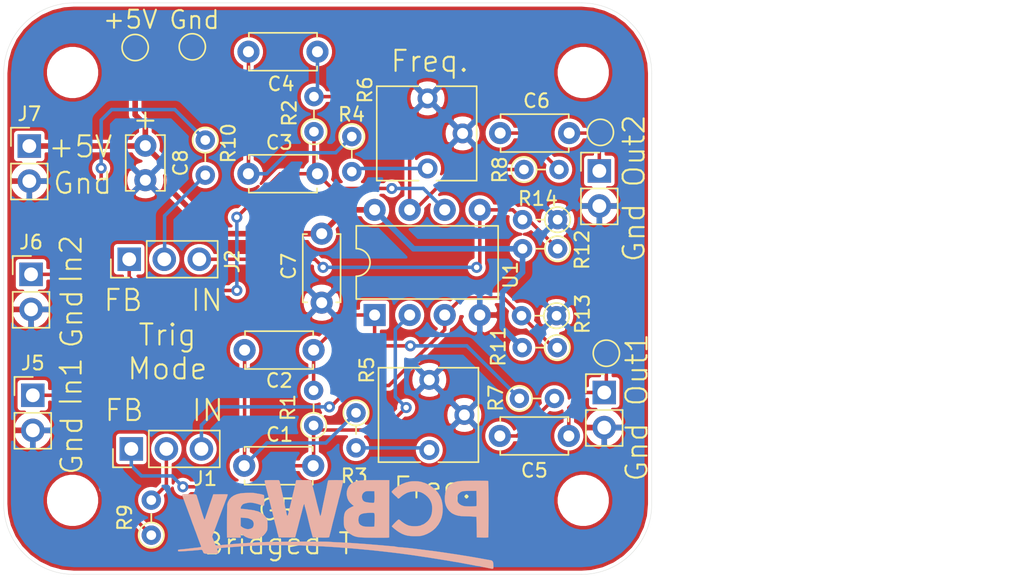
<source format=kicad_pcb>
(kicad_pcb (version 20171130) (host pcbnew 5.1.9+dfsg1-1)
  (layers (0 F.Cu signal) (31 B.Cu signal) (34 B.Paste user hide) (35 F.Paste user) (36 B.SilkS user) (37 F.SilkS user) (38 B.Mask user hide) (39 F.Mask user hide) (44 Edge.Cuts user))
  (net 0 "")
  (net 1 GNDREF)
  (net 2 "Net-(C4-Pad1)")
  (net 3 "Net-(C2-Pad1)")
  (net 4 +5V)
  (net 5 "Net-(C1-Pad1)")
  (net 6 "Net-(C1-Pad2)")
  (net 7 "Net-(C3-Pad1)")
  (net 8 "Net-(C5-Pad2)")
  (net 9 "Net-(R4-Pad2)")
  (net 10 "Net-(C3-Pad2)")
  (net 11 /Out1)
  (net 12 "Net-(C6-Pad2)")
  (net 13 /Out2)
  (net 14 "Net-(J1-Pad2)")
  (net 15 "Net-(J1-Pad3)")
  (net 16 "Net-(J2-Pad3)")
  (net 17 "Net-(J2-Pad2)")
  (net 18 /In1)
  (net 19 /In2)
  (net 20 "Net-(R3-Pad2)")
  (module "_Custom_Footprints:pcb way logo" (layer B.Cu) (at 112.0648 93.4212 180)
    (fp_text reference G*** hide)
    (fp_text value LOGO hide)
  )
  (module MountingHole:MountingHole_3.2mm_M3 (layer F.Cu) (at 92.6338 92.9386)
    (fp_text reference MH1 hide)
    (fp_text value MountingHole)
    (pad "" np_thru_hole circle (at 0.3662 -1.9386) (size 3.2 3.2) (drill 3.2) (layers *.Cu *.Mask))
  )
  (module MountingHole:MountingHole_3.2mm_M3 (layer F.Cu) (at 92.1258 59.2074)
    (fp_text reference MH2 hide)
    (fp_text value MountingHole)
    (pad "" np_thru_hole circle (at 0.8742 0.7926) (size 3.2 3.2) (drill 3.2) (layers *.Cu *.Mask))
  )
  (module MountingHole:MountingHole_3.2mm_M3 (layer F.Cu) (at 158.4706 58.6232)
    (fp_text reference MH3 hide)
    (fp_text value MountingHole)
    (pad "" np_thru_hole circle (at -28.4706 1.3768) (size 3.2 3.2) (drill 3.2) (layers *.Cu *.Mask))
  )
  (module MountingHole:MountingHole_3.2mm_M3 (layer F.Cu) (at 158.3182 93.0402)
    (fp_text reference MH4 hide)
    (fp_text value MountingHole)
    (pad "" np_thru_hole circle (at -28.3182 -2.0402) (size 3.2 3.2) (drill 3.2) (layers *.Cu *.Mask))
  )
  (module Capacitor_THT:C_Disc_D4.7mm_W2.5mm_P5.00mm (layer F.Cu) (at 105.4354 88.4936)
    (fp_text reference C1 (at 2.5654 -2.2606) (layer F.SilkS))
    (fp_text value 33n)
    (pad 1 thru_hole circle (at 0 0) (size 1.6 1.6) (drill 0.8) (layers *.Cu *.Mask) (net 5 "Net-(C1-Pad1)"))
    (pad 2 thru_hole circle (at 5 0) (size 1.6 1.6) (drill 0.8) (layers *.Cu *.Mask) (net 6 "Net-(C1-Pad2)"))
  )
  (module Capacitor_THT:C_Disc_D4.7mm_W2.5mm_P5.00mm (layer F.Cu) (at 110.4646 80.1116 180)
    (fp_text reference C2 (at 2.4892 -2.2098) (layer F.SilkS))
    (fp_text value 33n)
    (pad 1 thru_hole circle (at 0 0 180) (size 1.6 1.6) (drill 0.8) (layers *.Cu *.Mask) (net 3 "Net-(C2-Pad1)"))
    (pad 2 thru_hole circle (at 5 0 180) (size 1.6 1.6) (drill 0.8) (layers *.Cu *.Mask) (net 5 "Net-(C1-Pad1)"))
  )
  (module Capacitor_THT:C_Disc_D4.7mm_W2.5mm_P5.00mm (layer F.Cu) (at 105.7402 67.3354)
    (fp_text reference C3 (at 2.2352 -2.2606) (layer F.SilkS))
    (fp_text value 33n)
    (pad 1 thru_hole circle (at 0 0) (size 1.6 1.6) (drill 0.8) (layers *.Cu *.Mask) (net 7 "Net-(C3-Pad1)"))
    (pad 2 thru_hole circle (at 5 0) (size 1.6 1.6) (drill 0.8) (layers *.Cu *.Mask) (net 10 "Net-(C3-Pad2)"))
  )
  (module Capacitor_THT:C_Disc_D4.7mm_W2.5mm_P5.00mm (layer F.Cu) (at 110.744 58.4962 180)
    (fp_text reference C4 (at 2.6416 -2.3368) (layer F.SilkS))
    (fp_text value 33n)
    (pad 2 thru_hole circle (at 5 0 180) (size 1.6 1.6) (drill 0.8) (layers *.Cu *.Mask) (net 7 "Net-(C3-Pad1)"))
    (pad 1 thru_hole circle (at 0 0 180) (size 1.6 1.6) (drill 0.8) (layers *.Cu *.Mask) (net 2 "Net-(C4-Pad1)"))
  )
  (module Capacitor_THT:C_Disc_D4.7mm_W2.5mm_P5.00mm (layer F.Cu) (at 128.9558 86.3346 180)
    (fp_text reference C5 (at 2.5 -2.5) (layer F.SilkS))
    (fp_text value 680nF)
    (pad 2 thru_hole circle (at 5 0 180) (size 1.6 1.6) (drill 0.8) (layers *.Cu *.Mask) (net 8 "Net-(C5-Pad2)"))
    (pad 1 thru_hole circle (at 0 0 180) (size 1.6 1.6) (drill 0.8) (layers *.Cu *.Mask) (net 11 /Out1))
  )
  (module Capacitor_THT:C_Disc_D4.7mm_W2.5mm_P5.00mm (layer F.Cu) (at 128.9812 64.389 180)
    (fp_text reference C6 (at 2.3622 2.3368) (layer F.SilkS))
    (fp_text value 680nF)
    (pad 2 thru_hole circle (at 5 0 180) (size 1.6 1.6) (drill 0.8) (layers *.Cu *.Mask) (net 12 "Net-(C6-Pad2)"))
    (pad 1 thru_hole circle (at 0 0 180) (size 1.6 1.6) (drill 0.8) (layers *.Cu *.Mask) (net 13 /Out2))
  )
  (module Capacitor_THT:C_Disc_D4.7mm_W2.5mm_P5.00mm (layer F.Cu) (at 111.0488 71.6788 270)
    (fp_text reference C7 (at 2.3622 2.3876 90) (layer F.SilkS))
    (fp_text value 100nF)
    (pad 1 thru_hole circle (at 0 0 270) (size 1.6 1.6) (drill 0.8) (layers *.Cu *.Mask) (net 4 +5V))
    (pad 2 thru_hole circle (at 5 0 270) (size 1.6 1.6) (drill 0.8) (layers *.Cu *.Mask) (net 1 GNDREF))
  )
  (module Capacitor_THT:C_Disc_D3.8mm_W2.6mm_P2.50mm (layer F.Cu) (at 98.2726 65.3034 270)
    (fp_text reference C8 (at 1.25 -2.55 90) (layer F.SilkS))
    (fp_text value 4.7uF)
    (pad 1 thru_hole circle (at 0 0 270) (size 1.6 1.6) (drill 0.8) (layers *.Cu *.Mask) (net 4 +5V))
    (pad 2 thru_hole circle (at 2.5 0 270) (size 1.6 1.6) (drill 0.8) (layers *.Cu *.Mask) (net 1 GNDREF))
  )
  (module Connector_PinHeader_2.54mm:PinHeader_1x03_P2.54mm_Vertical (layer F.Cu) (at 97.2566 87.2744 90)
    (fp_text reference J1 (at -2.159 5.3594 180) (layer F.SilkS))
    (fp_text value Conn_01x03)
    (pad 1 thru_hole rect (at 0 0 90) (size 1.7 1.7) (drill 1) (layers *.Cu *.Mask) (net 6 "Net-(C1-Pad2)"))
    (pad 2 thru_hole oval (at 0 2.54 90) (size 1.7 1.7) (drill 1) (layers *.Cu *.Mask) (net 14 "Net-(J1-Pad2)"))
    (pad 3 thru_hole oval (at 0 5.08 90) (size 1.7 1.7) (drill 1) (layers *.Cu *.Mask) (net 15 "Net-(J1-Pad3)"))
  )
  (module Connector_PinHeader_2.54mm:PinHeader_1x03_P2.54mm_Vertical (layer F.Cu) (at 97.1042 73.533 90)
    (fp_text reference J2 (at -0.1524 7.4676 90) (layer F.SilkS))
    (fp_text value Conn_01x03)
    (pad 3 thru_hole oval (at 0 5.08 90) (size 1.7 1.7) (drill 1) (layers *.Cu *.Mask) (net 16 "Net-(J2-Pad3)"))
    (pad 2 thru_hole oval (at 0 2.54 90) (size 1.7 1.7) (drill 1) (layers *.Cu *.Mask) (net 17 "Net-(J2-Pad2)"))
    (pad 1 thru_hole rect (at 0 0 90) (size 1.7 1.7) (drill 1) (layers *.Cu *.Mask) (net 10 "Net-(C3-Pad2)"))
  )
  (module Connector_PinHeader_2.54mm:PinHeader_1x02_P2.54mm_Vertical (layer F.Cu) (at 131.5212 83.185)
    (fp_text reference J3 hide)
    (fp_text value Conn_01x02)
    (pad 1 thru_hole rect (at 0 0) (size 1.7 1.7) (drill 1) (layers *.Cu *.Mask) (net 11 /Out1))
    (pad 2 thru_hole oval (at 0 2.54) (size 1.7 1.7) (drill 1) (layers *.Cu *.Mask) (net 1 GNDREF))
  )
  (module Connector_PinHeader_2.54mm:PinHeader_1x02_P2.54mm_Vertical (layer F.Cu) (at 131.1656 67.1322)
    (fp_text reference J4 hide)
    (fp_text value Conn_01x02)
    (pad 1 thru_hole rect (at 0 0) (size 1.7 1.7) (drill 1) (layers *.Cu *.Mask) (net 13 /Out2))
    (pad 2 thru_hole oval (at 0 2.54) (size 1.7 1.7) (drill 1) (layers *.Cu *.Mask) (net 1 GNDREF))
  )
  (module Connector_PinHeader_2.54mm:PinHeader_1x02_P2.54mm_Vertical (layer F.Cu) (at 90.1192 83.3882)
    (fp_text reference J5 (at 0 -2.33) (layer F.SilkS))
    (fp_text value Conn_01x02)
    (pad 2 thru_hole oval (at 0 2.54) (size 1.7 1.7) (drill 1) (layers *.Cu *.Mask) (net 1 GNDREF))
    (pad 1 thru_hole rect (at 0 0) (size 1.7 1.7) (drill 1) (layers *.Cu *.Mask) (net 18 /In1))
  )
  (module Connector_PinHeader_2.54mm:PinHeader_1x02_P2.54mm_Vertical (layer F.Cu) (at 89.9922 74.6252)
    (fp_text reference J6 (at 0 -2.33) (layer F.SilkS))
    (fp_text value Conn_01x02)
    (pad 1 thru_hole rect (at 0 0) (size 1.7 1.7) (drill 1) (layers *.Cu *.Mask) (net 19 /In2))
    (pad 2 thru_hole oval (at 0 2.54) (size 1.7 1.7) (drill 1) (layers *.Cu *.Mask) (net 1 GNDREF))
  )
  (module Connector_PinHeader_2.54mm:PinHeader_1x02_P2.54mm_Vertical (layer F.Cu) (at 89.8652 65.3288)
    (fp_text reference J7 (at 0 -2.33) (layer F.SilkS))
    (fp_text value Conn_01x02)
    (pad 2 thru_hole oval (at 0 2.54) (size 1.7 1.7) (drill 1) (layers *.Cu *.Mask) (net 1 GNDREF))
    (pad 1 thru_hole rect (at 0 0) (size 1.7 1.7) (drill 1) (layers *.Cu *.Mask) (net 4 +5V))
  )
  (module Resistor_THT:R_Axial_DIN0204_L3.6mm_D1.6mm_P2.54mm_Vertical (layer F.Cu) (at 110.4646 85.5726 90)
    (fp_text reference R1 (at 1.2954 -1.8542 90) (layer F.SilkS))
    (fp_text value 4M)
    (pad 2 thru_hole oval (at 2.54 0 90) (size 1.4 1.4) (drill 0.7) (layers *.Cu *.Mask) (net 3 "Net-(C2-Pad1)"))
    (pad 1 thru_hole circle (at 0 0 90) (size 1.4 1.4) (drill 0.7) (layers *.Cu *.Mask) (net 6 "Net-(C1-Pad2)"))
  )
  (module Resistor_THT:R_Axial_DIN0204_L3.6mm_D1.6mm_P2.54mm_Vertical (layer F.Cu) (at 110.49 64.2874 90)
    (fp_text reference R2 (at 1.3462 -1.778 90) (layer F.SilkS))
    (fp_text value 4M)
    (pad 2 thru_hole oval (at 2.54 0 90) (size 1.4 1.4) (drill 0.7) (layers *.Cu *.Mask) (net 2 "Net-(C4-Pad1)"))
    (pad 1 thru_hole circle (at 0 0 90) (size 1.4 1.4) (drill 0.7) (layers *.Cu *.Mask) (net 10 "Net-(C3-Pad2)"))
  )
  (module Resistor_THT:R_Axial_DIN0204_L3.6mm_D1.6mm_P2.54mm_Vertical (layer F.Cu) (at 113.538 84.6582 270)
    (fp_text reference R3 (at 4.572 0.127 180) (layer F.SilkS))
    (fp_text value 100)
    (pad 1 thru_hole circle (at 0 0 270) (size 1.4 1.4) (drill 0.7) (layers *.Cu *.Mask) (net 5 "Net-(C1-Pad1)"))
    (pad 2 thru_hole oval (at 2.54 0 270) (size 1.4 1.4) (drill 0.7) (layers *.Cu *.Mask) (net 20 "Net-(R3-Pad2)"))
  )
  (module Resistor_THT:R_Axial_DIN0204_L3.6mm_D1.6mm_P2.54mm_Vertical (layer F.Cu) (at 113.2332 64.643 270)
    (fp_text reference R4 (at -1.6002 0.0254 180) (layer F.SilkS))
    (fp_text value 100)
    (pad 1 thru_hole circle (at 0 0 270) (size 1.4 1.4) (drill 0.7) (layers *.Cu *.Mask) (net 7 "Net-(C3-Pad1)"))
    (pad 2 thru_hole oval (at 2.54 0 270) (size 1.4 1.4) (drill 0.7) (layers *.Cu *.Mask) (net 9 "Net-(R4-Pad2)"))
  )
  (module Resistor_THT:R_Axial_DIN0204_L3.6mm_D1.6mm_P2.54mm_Vertical (layer F.Cu) (at 125.3744 83.6168)
    (fp_text reference R7 (at -1.7018 -0.0254 90) (layer F.SilkS))
    (fp_text value 100r)
    (pad 1 thru_hole circle (at 0 0) (size 1.4 1.4) (drill 0.7) (layers *.Cu *.Mask) (net 3 "Net-(C2-Pad1)"))
    (pad 2 thru_hole oval (at 2.54 0) (size 1.4 1.4) (drill 0.7) (layers *.Cu *.Mask) (net 8 "Net-(C5-Pad2)"))
  )
  (module Resistor_THT:R_Axial_DIN0204_L3.6mm_D1.6mm_P2.54mm_Vertical (layer F.Cu) (at 125.7046 67.0306)
    (fp_text reference R8 (at -1.7526 0.0254 90) (layer F.SilkS))
    (fp_text value 100r)
    (pad 1 thru_hole circle (at 0 0) (size 1.4 1.4) (drill 0.7) (layers *.Cu *.Mask) (net 2 "Net-(C4-Pad1)"))
    (pad 2 thru_hole oval (at 2.54 0) (size 1.4 1.4) (drill 0.7) (layers *.Cu *.Mask) (net 12 "Net-(C6-Pad2)"))
  )
  (module Resistor_THT:R_Axial_DIN0204_L3.6mm_D1.6mm_P2.54mm_Vertical (layer F.Cu) (at 98.7044 93.5228 90)
    (fp_text reference R9 (at 1.27 -1.92 90) (layer F.SilkS))
    (fp_text value 10K)
    (pad 2 thru_hole oval (at 2.54 0 90) (size 1.4 1.4) (drill 0.7) (layers *.Cu *.Mask) (net 14 "Net-(J1-Pad2)"))
    (pad 1 thru_hole circle (at 0 0 90) (size 1.4 1.4) (drill 0.7) (layers *.Cu *.Mask) (net 18 /In1))
  )
  (module Resistor_THT:R_Axial_DIN0204_L3.6mm_D1.6mm_P2.54mm_Vertical (layer F.Cu) (at 102.616 64.897 270)
    (fp_text reference R10 (at 0.2286 -1.6764 90) (layer F.SilkS))
    (fp_text value 10K)
    (pad 2 thru_hole oval (at 2.54 0 270) (size 1.4 1.4) (drill 0.7) (layers *.Cu *.Mask) (net 17 "Net-(J2-Pad2)"))
    (pad 1 thru_hole circle (at 0 0 270) (size 1.4 1.4) (drill 0.7) (layers *.Cu *.Mask) (net 19 /In2))
  )
  (module Resistor_THT:R_Axial_DIN0204_L3.6mm_D1.6mm_P2.54mm_Vertical (layer F.Cu) (at 128.1176 79.9338 180)
    (fp_text reference R11 (at 4.2672 0.0762 90) (layer F.SilkS))
    (fp_text value 10K)
    (pad 2 thru_hole oval (at 2.54 0 180) (size 1.4 1.4) (drill 0.7) (layers *.Cu *.Mask) (net 4 +5V))
    (pad 1 thru_hole circle (at 0 0 180) (size 1.4 1.4) (drill 0.7) (layers *.Cu *.Mask) (net 15 "Net-(J1-Pad3)"))
  )
  (module Resistor_THT:R_Axial_DIN0204_L3.6mm_D1.6mm_P2.54mm_Vertical (layer F.Cu) (at 128.143 72.771 180)
    (fp_text reference R12 (at -1.778 -0.0762 90) (layer F.SilkS))
    (fp_text value 10K)
    (pad 2 thru_hole oval (at 2.54 0 180) (size 1.4 1.4) (drill 0.7) (layers *.Cu *.Mask) (net 4 +5V))
    (pad 1 thru_hole circle (at 0 0 180) (size 1.4 1.4) (drill 0.7) (layers *.Cu *.Mask) (net 16 "Net-(J2-Pad3)"))
  )
  (module Resistor_THT:R_Axial_DIN0204_L3.6mm_D1.6mm_P2.54mm_Vertical (layer F.Cu) (at 128.0668 77.6224 180)
    (fp_text reference R13 (at -1.8796 0.127 90) (layer F.SilkS))
    (fp_text value 4K3)
    (pad 1 thru_hole circle (at 0 0 180) (size 1.4 1.4) (drill 0.7) (layers *.Cu *.Mask) (net 1 GNDREF))
    (pad 2 thru_hole oval (at 2.54 0 180) (size 1.4 1.4) (drill 0.7) (layers *.Cu *.Mask) (net 15 "Net-(J1-Pad3)"))
  )
  (module Resistor_THT:R_Axial_DIN0204_L3.6mm_D1.6mm_P2.54mm_Vertical (layer F.Cu) (at 128.143 70.6628 180)
    (fp_text reference R14 (at 1.4224 1.524) (layer F.SilkS))
    (fp_text value 4K3)
    (pad 1 thru_hole circle (at 0 0 180) (size 1.4 1.4) (drill 0.7) (layers *.Cu *.Mask) (net 1 GNDREF))
    (pad 2 thru_hole oval (at 2.54 0 180) (size 1.4 1.4) (drill 0.7) (layers *.Cu *.Mask) (net 16 "Net-(J2-Pad3)"))
  )
  (module TestPoint:TestPoint_Pad_D1.5mm (layer F.Cu) (at 97.536 58.1914)
    (fp_text reference TP1 hide)
    (fp_text value TestPoint)
    (pad 1 smd circle (at 0 0) (size 1.5 1.5) (layers F.Cu F.Mask) (net 4 +5V))
  )
  (module TestPoint:TestPoint_Pad_D1.5mm (layer F.Cu) (at 131.6736 80.3402)
    (fp_text reference TP2 hide)
    (fp_text value TestPoint)
    (pad 1 smd circle (at 0 0) (size 1.5 1.5) (layers F.Cu F.Mask) (net 11 /Out1))
  )
  (module TestPoint:TestPoint_Pad_D1.5mm (layer F.Cu) (at 131.2418 64.3382)
    (fp_text reference TP3 hide)
    (fp_text value TestPoint)
    (pad 1 smd circle (at 0 0) (size 1.5 1.5) (layers F.Cu F.Mask) (net 13 /Out2))
  )
  (module TestPoint:TestPoint_Pad_D1.5mm (layer F.Cu) (at 101.6762 58.1406)
    (fp_text reference TP4 hide)
    (fp_text value TestPoint)
    (pad 1 smd circle (at 0 0) (size 1.5 1.5) (layers F.Cu F.Mask) (net 1 GNDREF))
  )
  (module Package_DIP:DIP-8_W7.62mm (layer F.Cu) (at 114.8842 77.5716 90)
    (fp_text reference U1 (at 2.8956 9.8552 90) (layer F.SilkS))
    (fp_text value LM358)
    (pad 1 thru_hole rect (at 0 0 90) (size 1.6 1.6) (drill 0.8) (layers *.Cu *.Mask) (net 3 "Net-(C2-Pad1)"))
    (pad 5 thru_hole oval (at 7.62 7.62 90) (size 1.6 1.6) (drill 0.8) (layers *.Cu *.Mask) (net 16 "Net-(J2-Pad3)"))
    (pad 2 thru_hole oval (at 0 2.54 90) (size 1.6 1.6) (drill 0.8) (layers *.Cu *.Mask) (net 6 "Net-(C1-Pad2)"))
    (pad 6 thru_hole oval (at 7.62 5.08 90) (size 1.6 1.6) (drill 0.8) (layers *.Cu *.Mask) (net 10 "Net-(C3-Pad2)"))
    (pad 3 thru_hole oval (at 0 5.08 90) (size 1.6 1.6) (drill 0.8) (layers *.Cu *.Mask) (net 15 "Net-(J1-Pad3)"))
    (pad 7 thru_hole oval (at 7.62 2.54 90) (size 1.6 1.6) (drill 0.8) (layers *.Cu *.Mask) (net 2 "Net-(C4-Pad1)"))
    (pad 4 thru_hole oval (at 0 7.62 90) (size 1.6 1.6) (drill 0.8) (layers *.Cu *.Mask) (net 1 GNDREF))
    (pad 8 thru_hole oval (at 7.62 0 90) (size 1.6 1.6) (drill 0.8) (layers *.Cu *.Mask) (net 4 +5V))
  )
  (module Potentiometer_THT:Potentiometer_Vishay_T73YP_Vertical (layer F.Cu) (at 118.8466 87.3506)
    (fp_text reference R5 (at -4.5212 -5.7912 90) (layer F.SilkS))
    (fp_text value 10K)
    (pad 3 thru_hole circle (at 0 -5.08) (size 1.44 1.44) (drill 0.8) (layers *.Cu *.Mask) (net 1 GNDREF))
    (pad 2 thru_hole circle (at 2.54 -2.54) (size 1.44 1.44) (drill 0.8) (layers *.Cu *.Mask) (net 1 GNDREF))
    (pad 1 thru_hole circle (at 0 0) (size 1.44 1.44) (drill 0.8) (layers *.Cu *.Mask) (net 20 "Net-(R3-Pad2)"))
  )
  (module Potentiometer_THT:Potentiometer_Vishay_T73YP_Vertical (layer F.Cu) (at 118.7196 66.9544)
    (fp_text reference R6 (at -4.5212 -5.6896 90) (layer F.SilkS))
    (fp_text value 10K)
    (pad 1 thru_hole circle (at 0 0) (size 1.44 1.44) (drill 0.8) (layers *.Cu *.Mask) (net 9 "Net-(R4-Pad2)"))
    (pad 2 thru_hole circle (at 2.54 -2.54) (size 1.44 1.44) (drill 0.8) (layers *.Cu *.Mask) (net 1 GNDREF))
    (pad 3 thru_hole circle (at 0 -5.08) (size 1.44 1.44) (drill 0.8) (layers *.Cu *.Mask) (net 1 GNDREF))
  )
  (gr_text Freq. (at 118.872 59.182) (layer F.SilkS) (effects (font (size 1.524 1.524))))
  (gr_text "Gnd\n" (at 101.8286 56.1848) (layer F.SilkS) (effects (font (size 1.3 1.3))))
  (gr_text +5V (at 97.1804 56.1594) (layer F.SilkS) (effects (font (size 1.3 1.3))))
  (gr_text Gnd (at 133.8834 87.503 90) (layer F.SilkS) (effects (font (size 1.524 1.524))))
  (gr_text Gnd (at 133.6802 71.6026 90) (layer F.SilkS) (effects (font (size 1.524 1.524))))
  (gr_text Out1 (at 133.8834 81.534 90) (layer F.SilkS) (effects (font (size 1.524 1.524))))
  (gr_text "In1\n" (at 92.8878 82.423 90) (layer F.SilkS) (effects (font (size 1.524 1.524))))
  (gr_text "Gnd\n" (at 92.9386 87.0204 90) (layer F.SilkS) (effects (font (size 1.524 1.524))))
  (gr_text "FB   IN" (at 99.6442 84.4804) (layer F.SilkS) (effects (font (size 1.524 1.524))))
  (gr_text Out2 (at 133.6802 65.6844 90) (layer F.SilkS) (effects (font (size 1.524 1.524))))
  (gr_text Freq. (at 119.0752 90.0938) (layer F.SilkS) (effects (font (size 1.524 1.524))))
  (gr_text + (at 98.2726 63.373) (layer F.SilkS) (effects (font (size 1.524 1.524))))
  (gr_text +5V (at 93.5736 65.3796) (layer F.SilkS) (effects (font (size 1.524 1.524))))
  (gr_text Gnd (at 93.726 68.0212) (layer F.SilkS) (effects (font (size 1.524 1.524))))
  (gr_text "In2\n" (at 92.8878 73.533 90) (layer F.SilkS) (effects (font (size 1.524 1.524))))
  (gr_text "Trig\nMode" (at 99.8728 80.2386) (layer F.SilkS) (effects (font (size 1.524 1.524))))
  (gr_text "Gnd\n" (at 92.9386 77.851 90) (layer F.SilkS) (effects (font (size 1.524 1.524))))
  (gr_text "FB   IN" (at 99.568 76.5048) (layer F.SilkS) (effects (font (size 1.524 1.524))))
  (gr_arc (start 93.091 91.284) (end 88.011 91.284) (angle -90) (layer Edge.Cuts) (width 0.0254))
  (gr_text "GR\nBridged T" (at 107.9246 92.9132) (layer F.SilkS) (effects (font (size 1.524 1.524))))
  (gr_arc (start 129.88 91.284) (end 129.88 96.364) (angle -90) (layer Edge.Cuts) (width 0.0254))
  (gr_arc (start 129.88 60.038) (end 134.96 60.038) (angle -90) (layer Edge.Cuts) (width 0.0254))
  (gr_arc (start 93.091 60.038) (end 93.091 54.958) (angle -90) (layer Edge.Cuts) (width 0.0254))
  (gr_line (start 88.011 91.284) (end 88.011 60.038) (layer Edge.Cuts) (width 0.0254))
  (gr_line (start 129.88 96.364) (end 93.091 96.364) (layer Edge.Cuts) (width 0.0254))
  (gr_line (start 134.96 60.038) (end 134.96 91.284) (layer Edge.Cuts) (width 0.0254))
  (gr_line (start 93.091 54.958) (end 129.88 54.958) (layer Edge.Cuts) (width 0.0254))
  (segment (start 110.744 61.4934) (end 110.49 61.7474) (width 0.254) (layer B.Cu) (net 2))
  (segment (start 110.744 58.4962) (end 110.744 61.4934) (width 0.254) (layer B.Cu) (net 2))
  (segment (start 110.49 61.7474) (end 113.3856 61.7474) (width 0.254) (layer F.Cu) (net 2))
  (segment (start 117.4242 65.786) (end 117.4242 69.9516) (width 0.254) (layer F.Cu) (net 2))
  (segment (start 113.3856 61.7474) (end 117.4242 65.786) (width 0.254) (layer F.Cu) (net 2))
  (segment (start 120.7262 67.0306) (end 117.8052 69.9516) (width 0.254) (layer F.Cu) (net 2))
  (segment (start 117.8052 69.9516) (end 117.4242 69.9516) (width 0.254) (layer F.Cu) (net 2))
  (segment (start 125.7046 67.0306) (end 120.7262 67.0306) (width 0.254) (layer F.Cu) (net 2))
  (segment (start 113.0046 77.5716) (end 110.4646 80.1116) (width 0.254) (layer F.Cu) (net 3))
  (segment (start 114.8842 77.5716) (end 113.0046 77.5716) (width 0.254) (layer F.Cu) (net 3))
  (segment (start 110.4646 83.0326) (end 110.4646 80.1116) (width 0.254) (layer F.Cu) (net 3))
  (segment (start 114.8842 77.5716) (end 114.8842 79.502) (width 0.254) (layer F.Cu) (net 3))
  (segment (start 114.8842 79.502) (end 115.189 79.8068) (width 0.254) (layer F.Cu) (net 3))
  (via (at 117.475 79.8068) (size 0.8) (drill 0.4) (layers F.Cu B.Cu) (net 3))
  (segment (start 115.189 79.8068) (end 117.475 79.8068) (width 0.254) (layer F.Cu) (net 3))
  (segment (start 121.5644 79.8068) (end 125.3744 83.6168) (width 0.254) (layer B.Cu) (net 3))
  (segment (start 117.475 79.8068) (end 121.5644 79.8068) (width 0.254) (layer B.Cu) (net 3))
  (segment (start 98.2472 65.3288) (end 98.2726 65.3034) (width 0.4064) (layer F.Cu) (net 4))
  (segment (start 89.8652 65.3288) (end 98.2472 65.3288) (width 0.4064) (layer F.Cu) (net 4))
  (segment (start 97.536 58.1914) (end 97.536 63.0682) (width 0.4064) (layer F.Cu) (net 4))
  (segment (start 98.2726 63.8048) (end 98.2726 65.3034) (width 0.4064) (layer F.Cu) (net 4))
  (segment (start 97.536 63.0682) (end 98.2726 63.8048) (width 0.4064) (layer F.Cu) (net 4))
  (segment (start 111.0488 71.6788) (end 103.2764 71.6788) (width 0.4064) (layer F.Cu) (net 4))
  (segment (start 103.2764 71.6788) (end 100.2538 68.6562) (width 0.4064) (layer F.Cu) (net 4))
  (segment (start 100.2538 67.2846) (end 98.2726 65.3034) (width 0.4064) (layer F.Cu) (net 4))
  (segment (start 100.2538 68.6562) (end 100.2538 67.2846) (width 0.4064) (layer F.Cu) (net 4))
  (segment (start 112.776 69.9516) (end 111.0488 71.6788) (width 0.4064) (layer F.Cu) (net 4))
  (segment (start 114.8842 69.9516) (end 112.776 69.9516) (width 0.4064) (layer F.Cu) (net 4))
  (segment (start 117.7036 72.771) (end 114.8842 69.9516) (width 0.4064) (layer B.Cu) (net 4))
  (segment (start 125.603 72.771) (end 117.7036 72.771) (width 0.4064) (layer B.Cu) (net 4))
  (segment (start 125.603 72.771) (end 125.603 74.4728) (width 0.4064) (layer B.Cu) (net 4))
  (segment (start 125.603 74.4728) (end 124.1298 75.946) (width 0.4064) (layer B.Cu) (net 4))
  (segment (start 124.1298 78.486) (end 125.5776 79.9338) (width 0.4064) (layer B.Cu) (net 4))
  (segment (start 124.1298 75.946) (end 124.1298 78.486) (width 0.4064) (layer B.Cu) (net 4))
  (segment (start 113.538 84.6582) (end 111.3536 86.8426) (width 0.254) (layer B.Cu) (net 5))
  (segment (start 107.0864 86.8426) (end 105.4354 88.4936) (width 0.254) (layer B.Cu) (net 5))
  (segment (start 111.3536 86.8426) (end 107.0864 86.8426) (width 0.254) (layer B.Cu) (net 5))
  (segment (start 105.4646 88.4644) (end 105.4354 88.4936) (width 0.254) (layer F.Cu) (net 5))
  (segment (start 105.4646 80.1116) (end 105.4646 88.4644) (width 0.254) (layer F.Cu) (net 5))
  (segment (start 110.4354 88.4936) (end 108.712 88.4936) (width 0.254) (layer F.Cu) (net 6))
  (segment (start 108.712 88.4936) (end 107.188 90.0176) (width 0.254) (layer F.Cu) (net 6))
  (via (at 100.9904 90.0176) (size 0.8) (drill 0.4) (layers F.Cu B.Cu) (net 6))
  (segment (start 107.188 90.0176) (end 100.9904 90.0176) (width 0.254) (layer F.Cu) (net 6))
  (segment (start 100.9904 90.0176) (end 100.203 89.2302) (width 0.254) (layer B.Cu) (net 6))
  (segment (start 100.203 89.2302) (end 97.9932 89.2302) (width 0.254) (layer B.Cu) (net 6))
  (segment (start 97.2566 88.4936) (end 97.2566 87.2744) (width 0.254) (layer B.Cu) (net 6))
  (segment (start 97.9932 89.2302) (end 97.2566 88.4936) (width 0.254) (layer B.Cu) (net 6))
  (segment (start 110.4646 88.4644) (end 110.4354 88.4936) (width 0.254) (layer F.Cu) (net 6))
  (segment (start 110.4646 85.5726) (end 110.4646 88.4644) (width 0.254) (layer F.Cu) (net 6))
  (via (at 117.1702 84.2772) (size 0.8) (drill 0.4) (layers F.Cu B.Cu) (net 6))
  (segment (start 110.7948 85.9028) (end 115.5446 85.9028) (width 0.254) (layer F.Cu) (net 6))
  (segment (start 115.5446 85.9028) (end 117.1702 84.2772) (width 0.254) (layer F.Cu) (net 6))
  (segment (start 110.4646 85.5726) (end 110.7948 85.9028) (width 0.254) (layer F.Cu) (net 6))
  (segment (start 116.3828 78.613) (end 117.4242 77.5716) (width 0.254) (layer B.Cu) (net 6))
  (segment (start 116.3828 83.4898) (end 116.3828 78.613) (width 0.254) (layer B.Cu) (net 6))
  (segment (start 117.1702 84.2772) (end 116.3828 83.4898) (width 0.254) (layer B.Cu) (net 6))
  (segment (start 105.744 67.3316) (end 105.7402 67.3354) (width 0.254) (layer F.Cu) (net 7))
  (segment (start 105.744 58.4962) (end 105.744 67.3316) (width 0.254) (layer F.Cu) (net 7))
  (segment (start 107.061 67.3354) (end 105.7402 67.3354) (width 0.254) (layer B.Cu) (net 7))
  (segment (start 108.585 65.8114) (end 107.061 67.3354) (width 0.254) (layer B.Cu) (net 7))
  (segment (start 112.0648 65.8114) (end 108.585 65.8114) (width 0.254) (layer B.Cu) (net 7))
  (segment (start 113.2332 64.643) (end 112.0648 65.8114) (width 0.254) (layer B.Cu) (net 7))
  (segment (start 125.1966 86.3346) (end 127.9144 83.6168) (width 0.254) (layer F.Cu) (net 8))
  (segment (start 123.9558 86.3346) (end 125.1966 86.3346) (width 0.254) (layer F.Cu) (net 8))
  (segment (start 113.4618 66.9544) (end 113.2332 67.183) (width 0.254) (layer B.Cu) (net 9))
  (segment (start 118.7196 66.9544) (end 113.4618 66.9544) (width 0.254) (layer B.Cu) (net 9))
  (segment (start 97.1042 73.533) (end 97.1042 74.803) (width 0.254) (layer F.Cu) (net 10))
  (segment (start 97.1042 74.803) (end 98.0948 75.7936) (width 0.254) (layer F.Cu) (net 10))
  (via (at 104.902 75.7936) (size 0.8) (drill 0.4) (layers F.Cu B.Cu) (net 10))
  (segment (start 98.0948 75.7936) (end 104.902 75.7936) (width 0.254) (layer F.Cu) (net 10))
  (segment (start 104.902 75.7936) (end 104.902 70.485) (width 0.254) (layer B.Cu) (net 10))
  (via (at 104.902 70.485) (size 0.8) (drill 0.4) (layers F.Cu B.Cu) (net 10))
  (segment (start 108.0516 67.3354) (end 104.902 70.485) (width 0.254) (layer F.Cu) (net 10))
  (segment (start 110.7402 67.3354) (end 108.0516 67.3354) (width 0.254) (layer F.Cu) (net 10))
  (segment (start 110.49 67.0852) (end 110.7402 67.3354) (width 0.254) (layer F.Cu) (net 10))
  (segment (start 110.49 64.2874) (end 110.49 67.0852) (width 0.254) (layer F.Cu) (net 10))
  (segment (start 119.9642 69.9516) (end 118.5926 68.58) (width 0.254) (layer B.Cu) (net 10))
  (segment (start 118.5926 68.58) (end 118.4148 68.4022) (width 0.254) (layer B.Cu) (net 10))
  (via (at 116.1288 68.4022) (size 0.8) (drill 0.4) (layers F.Cu B.Cu) (net 10))
  (segment (start 118.4148 68.4022) (end 116.1288 68.4022) (width 0.254) (layer B.Cu) (net 10))
  (segment (start 111.807 68.4022) (end 110.7402 67.3354) (width 0.254) (layer F.Cu) (net 10))
  (segment (start 116.1288 68.4022) (end 111.807 68.4022) (width 0.254) (layer F.Cu) (net 10))
  (segment (start 131.6736 83.0326) (end 131.5212 83.185) (width 0.254) (layer F.Cu) (net 11))
  (segment (start 131.6736 80.3402) (end 131.6736 83.0326) (width 0.254) (layer F.Cu) (net 11))
  (segment (start 131.5212 83.185) (end 130.0734 83.185) (width 0.254) (layer F.Cu) (net 11))
  (segment (start 128.9558 84.3026) (end 128.9558 86.3346) (width 0.254) (layer F.Cu) (net 11))
  (segment (start 130.0734 83.185) (end 128.9558 84.3026) (width 0.254) (layer F.Cu) (net 11))
  (segment (start 125.603 64.389) (end 123.9812 64.389) (width 0.254) (layer F.Cu) (net 12))
  (segment (start 128.2446 67.0306) (end 125.603 64.389) (width 0.254) (layer F.Cu) (net 12))
  (segment (start 131.191 64.389) (end 131.2418 64.3382) (width 0.254) (layer F.Cu) (net 13))
  (segment (start 128.9812 64.389) (end 131.191 64.389) (width 0.254) (layer F.Cu) (net 13))
  (segment (start 131.1656 64.4144) (end 131.2418 64.3382) (width 0.254) (layer F.Cu) (net 13))
  (segment (start 131.1656 67.1322) (end 131.1656 64.4144) (width 0.254) (layer F.Cu) (net 13))
  (segment (start 99.7966 89.8906) (end 98.7044 90.9828) (width 0.254) (layer F.Cu) (net 14))
  (segment (start 99.7966 87.2744) (end 99.7966 89.8906) (width 0.254) (layer F.Cu) (net 14))
  (segment (start 102.3366 87.2744) (end 102.3366 85.5472) (width 0.254) (layer B.Cu) (net 15))
  (segment (start 102.3366 85.5472) (end 103.6574 84.2264) (width 0.254) (layer B.Cu) (net 15))
  (via (at 111.6076 84.2264) (size 0.8) (drill 0.4) (layers F.Cu B.Cu) (net 15))
  (segment (start 103.6574 84.2264) (end 111.6076 84.2264) (width 0.254) (layer B.Cu) (net 15))
  (segment (start 119.9642 77.5716) (end 121.2088 76.327) (width 0.254) (layer F.Cu) (net 15))
  (segment (start 124.2314 76.327) (end 125.5268 77.6224) (width 0.254) (layer F.Cu) (net 15))
  (segment (start 121.2088 76.327) (end 124.2314 76.327) (width 0.254) (layer F.Cu) (net 15))
  (segment (start 127.8382 79.9338) (end 128.1176 79.9338) (width 0.254) (layer F.Cu) (net 15))
  (segment (start 125.5268 77.6224) (end 127.8382 79.9338) (width 0.254) (layer F.Cu) (net 15))
  (segment (start 119.9642 78.6384) (end 119.9642 77.5716) (width 0.254) (layer F.Cu) (net 15))
  (segment (start 115.9256 82.677) (end 119.9642 78.6384) (width 0.254) (layer F.Cu) (net 15))
  (segment (start 113.2586 82.677) (end 115.9256 82.677) (width 0.254) (layer F.Cu) (net 15))
  (segment (start 111.7092 84.2264) (end 113.2586 82.677) (width 0.254) (layer F.Cu) (net 15))
  (segment (start 111.6076 84.2264) (end 111.7092 84.2264) (width 0.254) (layer F.Cu) (net 15))
  (segment (start 102.1842 73.533) (end 110.5662 73.533) (width 0.254) (layer F.Cu) (net 16))
  (via (at 111.1504 74.1172) (size 0.8) (drill 0.4) (layers F.Cu B.Cu) (net 16))
  (segment (start 110.5662 73.533) (end 111.1504 74.1172) (width 0.254) (layer F.Cu) (net 16))
  (segment (start 111.1504 74.1172) (end 122.2756 74.1172) (width 0.254) (layer B.Cu) (net 16))
  (via (at 122.2756 74.1172) (size 0.8) (drill 0.4) (layers F.Cu B.Cu) (net 16))
  (segment (start 122.5042 73.8886) (end 122.2756 74.1172) (width 0.254) (layer F.Cu) (net 16))
  (segment (start 122.5042 69.9516) (end 122.5042 73.8886) (width 0.254) (layer F.Cu) (net 16))
  (segment (start 124.8918 69.9516) (end 125.603 70.6628) (width 0.254) (layer F.Cu) (net 16))
  (segment (start 122.5042 69.9516) (end 124.8918 69.9516) (width 0.254) (layer F.Cu) (net 16))
  (segment (start 126.0348 70.6628) (end 125.603 70.6628) (width 0.254) (layer F.Cu) (net 16))
  (segment (start 128.143 72.771) (end 126.0348 70.6628) (width 0.254) (layer F.Cu) (net 16))
  (segment (start 102.616 67.437) (end 99.6696 70.3834) (width 0.254) (layer B.Cu) (net 17))
  (segment (start 99.6696 73.5076) (end 99.6442 73.533) (width 0.254) (layer B.Cu) (net 17))
  (segment (start 99.6696 70.3834) (end 99.6696 73.5076) (width 0.254) (layer B.Cu) (net 17))
  (segment (start 90.1192 83.3882) (end 91.5924 83.3882) (width 0.254) (layer F.Cu) (net 18))
  (segment (start 91.5924 83.3882) (end 95.3008 87.0966) (width 0.254) (layer F.Cu) (net 18))
  (segment (start 95.3008 90.1192) (end 98.7044 93.5228) (width 0.254) (layer F.Cu) (net 18))
  (segment (start 95.3008 87.0966) (end 95.3008 90.1192) (width 0.254) (layer F.Cu) (net 18))
  (segment (start 102.616 64.897) (end 100.4062 62.6872) (width 0.254) (layer B.Cu) (net 19))
  (segment (start 100.4062 62.6872) (end 95.8342 62.6872) (width 0.254) (layer B.Cu) (net 19))
  (segment (start 95.8342 62.6872) (end 95.0722 63.4492) (width 0.254) (layer B.Cu) (net 19))
  (via (at 95.0722 66.929) (size 0.8) (drill 0.4) (layers F.Cu B.Cu) (net 19))
  (segment (start 95.0722 63.4492) (end 95.0722 66.929) (width 0.254) (layer B.Cu) (net 19))
  (segment (start 95.0722 66.929) (end 95.0722 72.771) (width 0.254) (layer F.Cu) (net 19))
  (segment (start 93.218 74.6252) (end 89.9922 74.6252) (width 0.254) (layer F.Cu) (net 19))
  (segment (start 95.0722 72.771) (end 93.218 74.6252) (width 0.254) (layer F.Cu) (net 19))
  (segment (start 118.6942 87.1982) (end 118.8466 87.3506) (width 0.254) (layer B.Cu) (net 20))
  (segment (start 113.538 87.1982) (end 118.6942 87.1982) (width 0.254) (layer B.Cu) (net 20))
  (zone (net 1) (net_name GNDREF) (layer F.Cu) (connect_pads (clearance 0.254)) (min_thickness 0.2032) (fill yes (arc_segments 32) (thermal_gap 0.508) (thermal_bridge_width 0.4064))
    (polygon (pts (xy 88.004609 54.778072) (xy 135.265775 54.798176) (xy 134.990226 97.144624) (xy 87.74176 97.01022)))
  )
  (zone (net 1) (net_name GNDREF) (layer B.Cu) (connect_pads (clearance 0.508)) (min_thickness 0.2032) (fill yes (arc_segments 32) (thermal_gap 0.762) (thermal_bridge_width 0.4064))
    (polygon (pts (xy 87.81807 54.74716) (xy 135.128055 55.079265) (xy 135.381945 97.219135) (xy 88.01354 97.01657)))
  )
)
</source>
